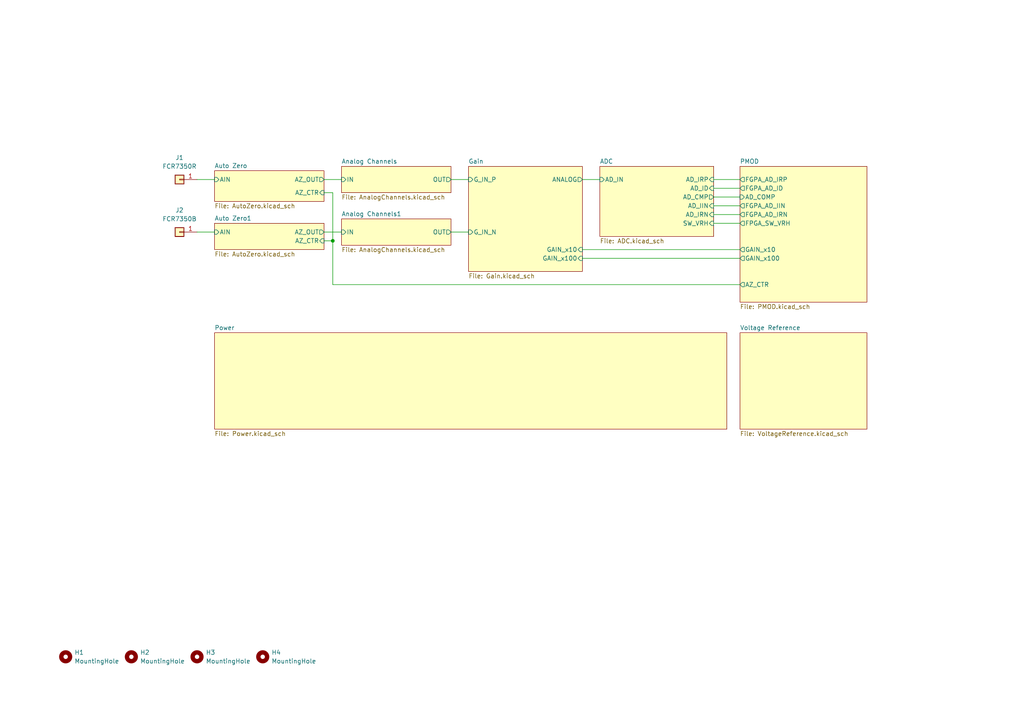
<source format=kicad_sch>
(kicad_sch (version 20250114) (generator "eeschema") (generator_version "9.0")
  (paper "A4")
  (lib_symbols
    (symbol "Connector_Generic:Conn_01x01" (pin_names (offset 1.016) (hide yes))
      (property "Reference" "J" (at 0 2.54 0))
      (property "Value" "Conn_01x01" (at 0 -2.54 0))
      (symbol "Conn_01x01_1_1"
        (rectangle (start -1.27 1.27) (end 1.27 -1.27) (stroke (width 0.254)) (fill (type background)))
        (rectangle (start -1.27 0.127) (end 0 -0.127) (stroke (width 0.1524)))
        (pin passive line (at -5.08 0 0) (length 3.81) (name "Pin_1") (number "1"))
      )
    )
    (symbol "Mechanical:MountingHole" (pin_names (offset 1.016)) (in_bom no)
      (property "Reference" "H" (at 0 5.08 0))
      (property "Value" "MountingHole" (at 0 3.175 0))
      (symbol "MountingHole_0_1"
        (circle (center 0 0) (radius 1.27) (stroke (width 1.27)))
      )
    )
  )
  (junction (at 96.52 69.85))
  (wire (pts (xy 207.01 64.77) (xy 214.63 64.77)))
  (wire (pts (xy 93.98 67.31) (xy 99.06 67.31)))
  (wire (pts (xy 130.81 52.07) (xy 135.89 52.07)))
  (wire (pts (xy 207.01 57.15) (xy 214.63 57.15)))
  (wire (pts (xy 207.01 62.23) (xy 214.63 62.23)))
  (wire (pts (xy 207.01 54.61) (xy 214.63 54.61)))
  (wire (pts (xy 57.15 52.07) (xy 62.23 52.07)))
  (wire (pts (xy 130.81 67.31) (xy 135.89 67.31)))
  (wire (pts (xy 168.91 72.39) (xy 214.63 72.39)))
  (wire (pts (xy 93.98 52.07) (xy 99.06 52.07)))
  (wire (pts (xy 207.01 52.07) (xy 214.63 52.07)))
  (wire (pts (xy 96.52 82.55) (xy 214.63 82.55)))
  (wire (pts (xy 93.98 55.88) (xy 96.52 55.88)))
  (wire (pts (xy 168.91 74.93) (xy 214.63 74.93)))
  (wire (pts (xy 96.52 55.88) (xy 96.52 69.85)))
  (wire (pts (xy 96.52 82.55) (xy 96.52 69.85)))
  (wire (pts (xy 207.01 59.69) (xy 214.63 59.69)))
  (wire (pts (xy 168.91 52.07) (xy 173.99 52.07)))
  (wire (pts (xy 57.15 67.31) (xy 62.23 67.31)))
  (wire (pts (xy 96.52 69.85) (xy 93.98 69.85)))
  (symbol (lib_id "Connector_Generic:Conn_01x01") (at 52.07 67.31 180) (unit 1)
    (property "Reference" "J2" (at 52.07 60.96 0))
    (property "Value" "FCR7350B" (at 52.07 63.5 0))
    (property "Footprint" "MADC:S16N-PC" (effects (hide yes)))
    (property "Description" "Generic connector, single row, 01x01, script generated (kicad-library-utils/schlib/autogen/connector/)" (effects (hide yes)))
  )
  (symbol (lib_id "Mechanical:MountingHole") (at 19.05 190.5 0) (unit 1) (in_bom no)
    (property "Reference" "H1" (at 21.59 189.2299 0) (effects (justify left)))
    (property "Value" "MountingHole" (at 21.59 191.7699 0) (effects (justify left)))
    (property "Footprint" "MountingHole:MountingHole_3.2mm_M3_DIN965_Pad" (effects (hide yes)))
    (property "Description" "Mounting Hole without connection" (effects (hide yes)))
  )
  (symbol (lib_id "Mechanical:MountingHole") (at 38.1 190.5 0) (unit 1) (in_bom no)
    (property "Reference" "H2" (at 40.64 189.2299 0) (effects (justify left)))
    (property "Value" "MountingHole" (at 40.64 191.7699 0) (effects (justify left)))
    (property "Footprint" "MountingHole:MountingHole_3.2mm_M3_DIN965_Pad" (effects (hide yes)))
    (property "Description" "Mounting Hole without connection" (effects (hide yes)))
  )
  (symbol (lib_id "Mechanical:MountingHole") (at 76.2 190.5 0) (unit 1) (in_bom no)
    (property "Reference" "H4" (at 78.74 189.2299 0) (effects (justify left)))
    (property "Value" "MountingHole" (at 78.74 191.7699 0) (effects (justify left)))
    (property "Footprint" "MountingHole:MountingHole_3.2mm_M3_DIN965_Pad" (effects (hide yes)))
    (property "Description" "Mounting Hole without connection" (effects (hide yes)))
  )
  (symbol (lib_id "Mechanical:MountingHole") (at 57.15 190.5 0) (unit 1) (in_bom no)
    (property "Reference" "H3" (at 59.69 189.2299 0) (effects (justify left)))
    (property "Value" "MountingHole" (at 59.69 191.7699 0) (effects (justify left)))
    (property "Footprint" "MountingHole:MountingHole_3.2mm_M3_DIN965_Pad" (effects (hide yes)))
    (property "Description" "Mounting Hole without connection" (effects (hide yes)))
  )
  (symbol (lib_id "Connector_Generic:Conn_01x01") (at 52.07 52.07 180) (unit 1)
    (property "Reference" "J1" (at 52.07 45.72 0))
    (property "Value" "FCR7350R" (at 52.07 48.26 0))
    (property "Footprint" "MADC:S16N-PC" (effects (hide yes)))
    (property "Description" "Generic connector, single row, 01x01, script generated (kicad-library-utils/schlib/autogen/connector/)" (effects (hide yes)))
  )
  (sheet (at 62.23 64.77) (size 31.75 7.62) (stroke (width 0.1524)) (fill (color 255 255 194 1.0000))
    (property "Sheetname" "Auto Zero1" (at 62.23 64.0584 0) (effects (justify left bottom)))
    (property "Sheetfile" "AutoZero.kicad_sch" (at 62.23 72.9746 0) (effects (justify left top)))
    (pin "AZ_CTR" input (at 93.98 69.85 0))
    (pin "AZ_OUT" output (at 93.98 67.31 0))
    (pin "AIN" input (at 62.23 67.31 180))
  )
  (sheet (at 214.63 96.52) (size 36.83 27.94) (stroke (width 0.1524)) (fill (color 255 255 194 1.0000))
    (property "Sheetname" "Voltage Reference" (at 214.63 95.8084 0) (effects (justify left bottom)))
    (property "Sheetfile" "VoltageReference.kicad_sch" (at 214.63 125.0446 0) (effects (justify left top)))
  )
  (sheet (at 99.06 63.5) (size 31.75 7.62) (stroke (width 0.1524)) (fill (color 255 255 194 1.0000))
    (property "Sheetname" "Analog Channels1" (at 99.06 62.7884 0) (effects (justify left bottom)))
    (property "Sheetfile" "AnalogChannels.kicad_sch" (at 99.06 71.7046 0) (effects (justify left top)))
    (pin "IN" input (at 99.06 67.31 180))
    (pin "OUT" output (at 130.81 67.31 0))
  )
  (sheet (at 214.63 48.26) (size 36.83 39.37) (stroke (width 0.1524)) (fill (color 255 255 194 1.0000))
    (property "Sheetname" "PMOD" (at 214.63 47.5484 0) (effects (justify left bottom)))
    (property "Sheetfile" "PMOD.kicad_sch" (at 214.63 88.2146 0) (effects (justify left top)))
    (pin "GAIN_x100" output (at 214.63 74.93 180))
    (pin "FGPA_AD_ID" output (at 214.63 54.61 180))
    (pin "GAIN_x10" output (at 214.63 72.39 180))
    (pin "FGPA_AD_IRP" output (at 214.63 52.07 180))
    (pin "FPGA_SW_VRH" output (at 214.63 64.77 180))
    (pin "FGPA_AD_IRN" output (at 214.63 62.23 180))
    (pin "AD_COMP" input (at 214.63 57.15 180))
    (pin "FGPA_AD_IIN" output (at 214.63 59.69 180))
    (pin "AZ_CTR" output (at 214.63 82.55 180))
  )
  (sheet (at 173.99 48.26) (size 33.02 20.32) (stroke (width 0.1524)) (fill (color 255 255 194 1.0000))
    (property "Sheetname" "ADC" (at 173.99 47.5484 0) (effects (justify left bottom)))
    (property "Sheetfile" "ADC.kicad_sch" (at 173.99 69.1646 0) (effects (justify left top)))
    (pin "AD_IRP" input (at 207.01 52.07 0))
    (pin "AD_IRN" input (at 207.01 62.23 0))
    (pin "AD_IIN" input (at 207.01 59.69 0))
    (pin "AD_IN" input (at 173.99 52.07 180))
    (pin "AD_ID" input (at 207.01 54.61 0))
    (pin "SW_VRH" input (at 207.01 64.77 0))
    (pin "AD_CMP" output (at 207.01 57.15 0))
  )
  (sheet (at 99.06 48.26) (size 31.75 7.62) (stroke (width 0.1524)) (fill (color 255 255 194 1.0000))
    (property "Sheetname" "Analog Channels" (at 99.06 47.5484 0) (effects (justify left bottom)))
    (property "Sheetfile" "AnalogChannels.kicad_sch" (at 99.06 56.4646 0) (effects (justify left top)))
    (pin "IN" input (at 99.06 52.07 180))
    (pin "OUT" output (at 130.81 52.07 0))
  )
  (sheet (at 62.23 96.52) (size 148.59 27.94) (stroke (width 0.1524)) (fill (color 255 255 194 1.0000))
    (property "Sheetname" "Power" (at 62.23 95.8084 0) (effects (justify left bottom)))
    (property "Sheetfile" "Power.kicad_sch" (at 62.23 125.0446 0) (effects (justify left top)))
  )
  (sheet (at 62.23 49.53) (size 31.75 8.89) (stroke (width 0.1524)) (fill (color 255 255 194 1.0000))
    (property "Sheetname" "Auto Zero" (at 62.23 48.8184 0) (effects (justify left bottom)))
    (property "Sheetfile" "AutoZero.kicad_sch" (at 62.23 59.0046 0) (effects (justify left top)))
    (pin "AZ_CTR" input (at 93.98 55.88 0))
    (pin "AZ_OUT" output (at 93.98 52.07 0))
    (pin "AIN" input (at 62.23 52.07 180))
  )
  (sheet (at 135.89 48.26) (size 33.02 30.48) (stroke (width 0.1524)) (fill (color 255 255 194 1.0000))
    (property "Sheetname" "Gain" (at 135.89 47.5484 0) (effects (justify left bottom)))
    (property "Sheetfile" "Gain.kicad_sch" (at 135.89 79.3246 0) (effects (justify left top)))
    (pin "GAIN_x100" input (at 168.91 74.93 0))
    (pin "ANALOG" output (at 168.91 52.07 0))
    (pin "G_IN_P" input (at 135.89 52.07 180))
    (pin "GAIN_x10" input (at 168.91 72.39 0))
    (pin "G_IN_N" input (at 135.89 67.31 180))
  )
)
</source>
